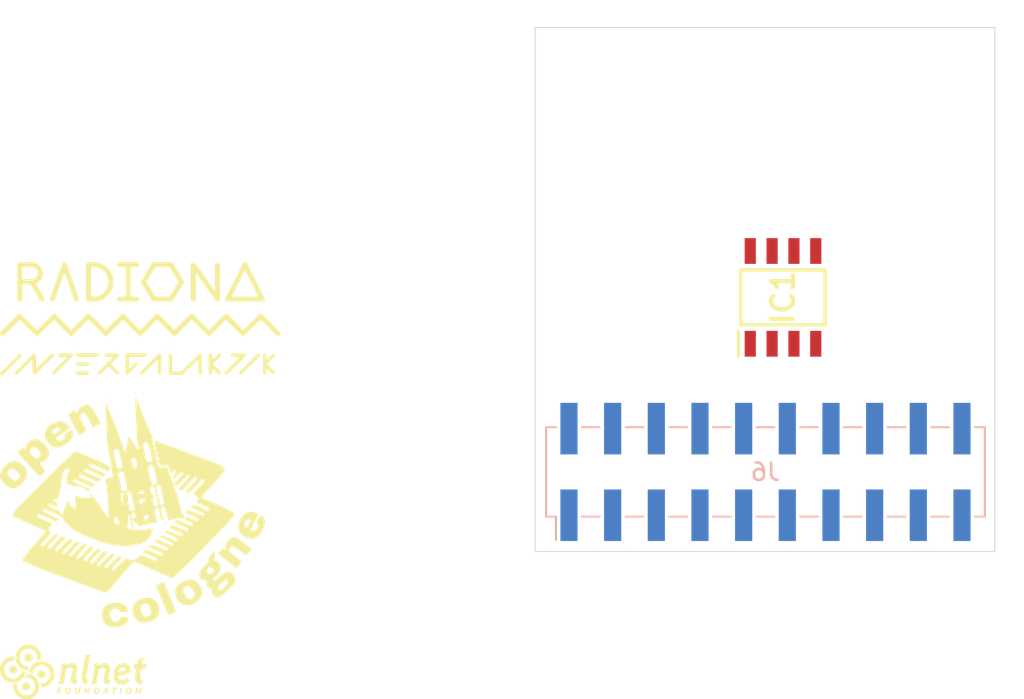
<source format=kicad_pcb>
(kicad_pcb (version 20240108) (generator "pcbnew") (generator_version "8.0")
  (layers (0 "F.Cu" signal) (1 "In1.Cu" signal) (2 "In2.Cu" signal) (31 "B.Cu" signal) (34 "B.Paste" user) (35 "F.Paste" user) (36 "B.SilkS" user "B.Silkscreen") (37 "F.SilkS" user "F.Silkscreen") (38 "B.Mask" user) (39 "F.Mask" user) (44 "Edge.Cuts" user))
  (net 0 "")
  (net 9 "/NB_B0")
  (net 10 "/NB_A6")
  (net 11 "GND")
  (net 12 "/NB_A3")
  (net 13 "/NB_B8")
  (net 14 "/NB_B2")
  (net 15 "/NB_A1")
  (net 16 "/NB_B5")
  (net 17 "/NB_B3")
  (net 18 "/NB_A7")
  (net 19 "/NB_A2")
  (net 20 "/NB_A5")
  (net 21 "/NB_B4")
  (net 22 "/NB_B1")
  (net 23 "/NB_A4")
  (net 24 "/NB_A0")
  (net 25 "/NB_B6")
  (net 26 "/NB_A8")
  (net 27 "+2V5")
  (net 28 "/NB_B7")
  (footprint "Cologne:open_cologne" (layer "F.Cu") (at 106.623146 116.835736)
    (property "Reference" "H3" (at 0 0 0) (layer "F.SilkS") (effects (font (size 1.5 1.5) (thickness 0.3))))
    (property "Value" "Logo OpenCologne" (hide yes))
  )
  (footprint "radiona:radiona" (layer "F.Cu") (at 107.184163 103.528069)
    (property "Reference" "H4" (hide yes))
    (property "Value" "Logo Radiona" (hide yes))
  )
  (footprint "MCP7940:SOIC127P600X175-8N" (layer "F.Cu") (at 144.58 104.43 90)
    (property "Reference" "IC1" (at 0 0 90) (layer "F.SilkS") (effects (font (size 1.27 1.27) (thickness 0.254))))
    (property "Value" "MCP7940NT-I_SN" (hide yes))
    (pad "1" smd rect (at -2.7 -1.905 180) (size 0.65 1.5) (layers "F.Cu" "F.Paste" "F.Mask"))
    (pad "2" smd rect (at -2.7 -0.635 180) (size 0.65 1.5) (layers "F.Cu" "F.Paste" "F.Mask"))
    (pad "3" smd rect (at -2.7 0.635 180) (size 0.65 1.5) (layers "F.Cu" "F.Paste" "F.Mask"))
    (pad "4" smd rect (at -2.7 1.905 180) (size 0.65 1.5) (layers "F.Cu" "F.Paste" "F.Mask"))
    (pad "5" smd rect (at 2.7 1.905 180) (size 0.65 1.5) (layers "F.Cu" "F.Paste" "F.Mask"))
    (pad "6" smd rect (at 2.7 0.635 180) (size 0.65 1.5) (layers "F.Cu" "F.Paste" "F.Mask"))
    (pad "7" smd rect (at 2.7 -0.635 180) (size 0.65 1.5) (layers "F.Cu" "F.Paste" "F.Mask"))
    (pad "8" smd rect (at 2.7 -1.905 180) (size 0.65 1.5) (layers "F.Cu" "F.Paste" "F.Mask"))
  )
  (footprint "intergalaktik:intergalaktik" (layer "F.Cu") (at 107.086345 108.191051)
    (property "Reference" "H1" (hide yes))
    (property "Value" "Logo Intergalaktik" (hide yes))
  )
  (footprint "nlnet:nlnet" (layer "F.Cu") (at 103.287713 126.231881)
    (property "Reference" "H2" (hide yes))
    (property "Value" "Logo NLnet" (hide yes))
  )
  (footprint "Connector_PinSocket_2.54mm:PinSocket_2x10_P2.54mm_Vertical_SMD" (layer "B.Cu") (at 143.56 114.59 -90)
    (property "Reference" "J6" (at 0 0 180) (layer "B.SilkS") (effects (justify mirror)))
    (property "Value" "MISC")
    (pad "1" smd rect (at 2.52 11.43 270) (size 3 1) (layers "B.Cu" "B.Paste" "B.Mask") (net 27 "+2V5"))
    (pad "2" smd rect (at -2.52 11.43 270) (size 3 1) (layers "B.Cu" "B.Paste" "B.Mask") (net 11 "GND"))
    (pad "3" smd rect (at 2.52 8.89 270) (size 3 1) (layers "B.Cu" "B.Paste" "B.Mask") (net 24 "/NB_A0"))
    (pad "4" smd rect (at -2.52 8.89 270) (size 3 1) (layers "B.Cu" "B.Paste" "B.Mask") (net 9 "/NB_B0"))
    (pad "5" smd rect (at 2.52 6.35 270) (size 3 1) (layers "B.Cu" "B.Paste" "B.Mask") (net 15 "/NB_A1"))
    (pad "6" smd rect (at -2.52 6.35 270) (size 3 1) (layers "B.Cu" "B.Paste" "B.Mask") (net 22 "/NB_B1"))
    (pad "7" smd rect (at 2.52 3.81 270) (size 3 1) (layers "B.Cu" "B.Paste" "B.Mask") (net 19 "/NB_A2"))
    (pad "8" smd rect (at -2.52 3.81 270) (size 3 1) (layers "B.Cu" "B.Paste" "B.Mask") (net 14 "/NB_B2"))
    (pad "9" smd rect (at 2.52 1.27 270) (size 3 1) (layers "B.Cu" "B.Paste" "B.Mask") (net 12 "/NB_A3"))
    (pad "10" smd rect (at -2.52 1.27 270) (size 3 1) (layers "B.Cu" "B.Paste" "B.Mask") (net 17 "/NB_B3"))
    (pad "11" smd rect (at 2.52 -1.27 270) (size 3 1) (layers "B.Cu" "B.Paste" "B.Mask") (net 23 "/NB_A4"))
    (pad "12" smd rect (at -2.52 -1.27 270) (size 3 1) (layers "B.Cu" "B.Paste" "B.Mask") (net 21 "/NB_B4"))
    (pad "13" smd rect (at 2.52 -3.81 270) (size 3 1) (layers "B.Cu" "B.Paste" "B.Mask") (net 20 "/NB_A5"))
    (pad "14" smd rect (at -2.52 -3.81 270) (size 3 1) (layers "B.Cu" "B.Paste" "B.Mask") (net 16 "/NB_B5"))
    (pad "15" smd rect (at 2.52 -6.35 270) (size 3 1) (layers "B.Cu" "B.Paste" "B.Mask") (net 10 "/NB_A6"))
    (pad "16" smd rect (at -2.52 -6.35 270) (size 3 1) (layers "B.Cu" "B.Paste" "B.Mask") (net 25 "/NB_B6"))
    (pad "17" smd rect (at 2.52 -8.89 270) (size 3 1) (layers "B.Cu" "B.Paste" "B.Mask") (net 18 "/NB_A7"))
    (pad "18" smd rect (at -2.52 -8.89 270) (size 3 1) (layers "B.Cu" "B.Paste" "B.Mask") (net 28 "/NB_B7"))
    (pad "19" smd rect (at 2.52 -11.43 270) (size 3 1) (layers "B.Cu" "B.Paste" "B.Mask") (net 26 "/NB_A8"))
    (pad "20" smd rect (at -2.52 -11.43 270) (size 3 1) (layers "B.Cu" "B.Paste" "B.Mask") (net 13 "/NB_B8"))
  )
  (gr_rect (start 130.16 88.72) (end 156.9 119.22) (stroke (width 0.05)) (fill none) (layer "Edge.Cuts"))
)
</source>
